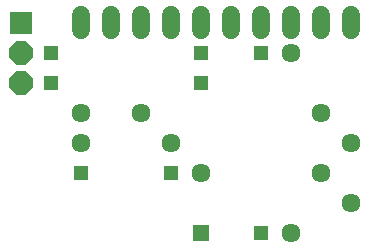
<source format=gbs>
G75*
%MOIN*%
%OFA0B0*%
%FSLAX25Y25*%
%IPPOS*%
%LPD*%
%AMOC8*
5,1,8,0,0,1.08239X$1,22.5*
%
%ADD10C,0.06343*%
%ADD11R,0.05556X0.05556*%
%ADD12C,0.05950*%
%ADD13OC8,0.07800*%
%ADD14R,0.07800X0.07800*%
%ADD15R,0.04762X0.04762*%
D10*
X0043200Y0044208D03*
X0043200Y0054208D03*
X0063200Y0054208D03*
X0073200Y0044208D03*
X0083200Y0034208D03*
X0113200Y0014208D03*
X0133200Y0024208D03*
X0123200Y0034208D03*
X0133200Y0044208D03*
X0123200Y0054208D03*
X0113200Y0074208D03*
D11*
X0083200Y0014208D03*
D12*
X0083200Y0081633D02*
X0083200Y0086783D01*
X0073200Y0086783D02*
X0073200Y0081633D01*
X0063200Y0081633D02*
X0063200Y0086783D01*
X0053200Y0086783D02*
X0053200Y0081633D01*
X0043200Y0081633D02*
X0043200Y0086783D01*
X0093200Y0086783D02*
X0093200Y0081633D01*
X0103200Y0081633D02*
X0103200Y0086783D01*
X0113200Y0086783D02*
X0113200Y0081633D01*
X0123200Y0081633D02*
X0123200Y0086783D01*
X0133200Y0086783D02*
X0133200Y0081633D01*
D13*
X0023200Y0074208D03*
X0023200Y0064208D03*
D14*
X0023200Y0084208D03*
D15*
X0043200Y0034208D03*
X0073200Y0034208D03*
X0103200Y0014208D03*
X0083200Y0064208D03*
X0083200Y0074208D03*
X0103200Y0074208D03*
X0033200Y0074208D03*
X0033200Y0064208D03*
M02*

</source>
